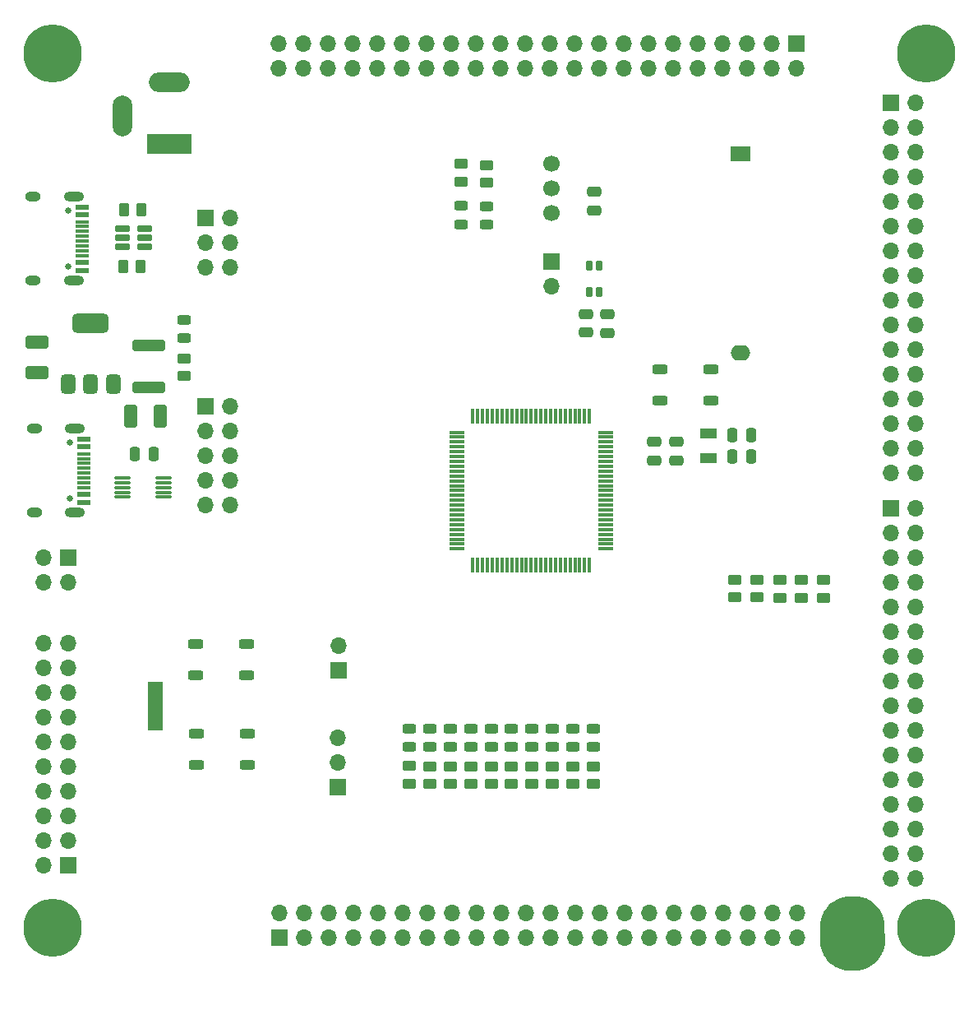
<source format=gbr>
%TF.GenerationSoftware,KiCad,Pcbnew,9.0.0*%
%TF.CreationDate,2025-05-16T13:45:13+04:00*%
%TF.ProjectId,_1921__015,1a313932-3112-4133-9031-352e6b696361,rev?*%
%TF.SameCoordinates,Original*%
%TF.FileFunction,Soldermask,Top*%
%TF.FilePolarity,Negative*%
%FSLAX46Y46*%
G04 Gerber Fmt 4.6, Leading zero omitted, Abs format (unit mm)*
G04 Created by KiCad (PCBNEW 9.0.0) date 2025-05-16 13:45:13*
%MOMM*%
%LPD*%
G01*
G04 APERTURE LIST*
G04 Aperture macros list*
%AMRoundRect*
0 Rectangle with rounded corners*
0 $1 Rounding radius*
0 $2 $3 $4 $5 $6 $7 $8 $9 X,Y pos of 4 corners*
0 Add a 4 corners polygon primitive as box body*
4,1,4,$2,$3,$4,$5,$6,$7,$8,$9,$2,$3,0*
0 Add four circle primitives for the rounded corners*
1,1,$1+$1,$2,$3*
1,1,$1+$1,$4,$5*
1,1,$1+$1,$6,$7*
1,1,$1+$1,$8,$9*
0 Add four rect primitives between the rounded corners*
20,1,$1+$1,$2,$3,$4,$5,0*
20,1,$1+$1,$4,$5,$6,$7,0*
20,1,$1+$1,$6,$7,$8,$9,0*
20,1,$1+$1,$8,$9,$2,$3,0*%
%AMFreePoly0*
4,1,6,1.000000,0.000000,0.500000,-0.750000,-0.500000,-0.750000,-0.500000,0.750000,0.500000,0.750000,1.000000,0.000000,1.000000,0.000000,$1*%
G04 Aperture macros list end*
%ADD10RoundRect,0.250000X-0.525000X-0.250000X0.525000X-0.250000X0.525000X0.250000X-0.525000X0.250000X0*%
%ADD11R,1.700000X1.700000*%
%ADD12O,1.700000X1.700000*%
%ADD13FreePoly0,90.000000*%
%ADD14FreePoly0,270.000000*%
%ADD15RoundRect,0.120000X-0.180000X0.430000X-0.180000X-0.430000X0.180000X-0.430000X0.180000X0.430000X0*%
%ADD16RoundRect,0.250000X-0.475000X0.250000X-0.475000X-0.250000X0.475000X-0.250000X0.475000X0.250000X0*%
%ADD17RoundRect,0.250000X-0.450000X0.262500X-0.450000X-0.262500X0.450000X-0.262500X0.450000X0.262500X0*%
%ADD18RoundRect,0.375000X0.375000X-0.625000X0.375000X0.625000X-0.375000X0.625000X-0.375000X-0.625000X0*%
%ADD19RoundRect,0.500000X1.400000X-0.500000X1.400000X0.500000X-1.400000X0.500000X-1.400000X-0.500000X0*%
%ADD20RoundRect,0.243750X-0.456250X0.243750X-0.456250X-0.243750X0.456250X-0.243750X0.456250X0.243750X0*%
%ADD21R,1.800000X1.000000*%
%ADD22RoundRect,0.250000X-0.262500X-0.450000X0.262500X-0.450000X0.262500X0.450000X-0.262500X0.450000X0*%
%ADD23RoundRect,0.243750X0.456250X-0.243750X0.456250X0.243750X-0.456250X0.243750X-0.456250X-0.243750X0*%
%ADD24RoundRect,0.250000X-0.250000X-0.475000X0.250000X-0.475000X0.250000X0.475000X-0.250000X0.475000X0*%
%ADD25C,0.650000*%
%ADD26R,1.450000X0.600000*%
%ADD27R,1.450000X0.300000*%
%ADD28O,2.100000X1.000000*%
%ADD29O,1.600000X1.000000*%
%ADD30RoundRect,0.075000X-0.075000X0.725000X-0.075000X-0.725000X0.075000X-0.725000X0.075000X0.725000X0*%
%ADD31RoundRect,0.075000X-0.725000X0.075000X-0.725000X-0.075000X0.725000X-0.075000X0.725000X0.075000X0*%
%ADD32RoundRect,0.250000X0.525000X0.250000X-0.525000X0.250000X-0.525000X-0.250000X0.525000X-0.250000X0*%
%ADD33R,2.000000X1.600000*%
%ADD34O,2.000000X1.600000*%
%ADD35RoundRect,0.250000X-0.925000X0.412500X-0.925000X-0.412500X0.925000X-0.412500X0.925000X0.412500X0*%
%ADD36RoundRect,0.250000X0.450000X-0.262500X0.450000X0.262500X-0.450000X0.262500X-0.450000X-0.262500X0*%
%ADD37RoundRect,0.075000X-0.737500X-0.075000X0.737500X-0.075000X0.737500X0.075000X-0.737500X0.075000X0*%
%ADD38RoundRect,0.250000X-1.450000X0.312500X-1.450000X-0.312500X1.450000X-0.312500X1.450000X0.312500X0*%
%ADD39RoundRect,0.250000X0.250000X0.475000X-0.250000X0.475000X-0.250000X-0.475000X0.250000X-0.475000X0*%
%ADD40C,1.700000*%
%ADD41RoundRect,0.250000X0.475000X-0.250000X0.475000X0.250000X-0.475000X0.250000X-0.475000X-0.250000X0*%
%ADD42R,4.600000X2.000000*%
%ADD43O,4.200000X2.000000*%
%ADD44O,2.000000X4.200000*%
%ADD45RoundRect,0.150000X0.650000X0.150000X-0.650000X0.150000X-0.650000X-0.150000X0.650000X-0.150000X0*%
%ADD46RoundRect,0.250000X-0.412500X-0.925000X0.412500X-0.925000X0.412500X0.925000X-0.412500X0.925000X0*%
%ADD47C,6.000000*%
G04 APERTURE END LIST*
%TO.C,JP1*%
G36*
X113150000Y-109200000D02*
G01*
X114650000Y-109200000D01*
X114650000Y-104200000D01*
X113150000Y-104200000D01*
X113150000Y-109200000D01*
G37*
%TD*%
D10*
%TO.C,SW2*%
X118050000Y-100300000D03*
X123300000Y-100300000D03*
X118050000Y-103500000D03*
X123300000Y-103500000D03*
%TD*%
D11*
%TO.C,J12*%
X154700000Y-60895000D03*
D12*
X154700000Y-63435000D03*
%TD*%
D11*
%TO.C,J3*%
X132700000Y-115025000D03*
D12*
X132700000Y-112485000D03*
X132700000Y-109945000D03*
%TD*%
D13*
%TO.C,JP1*%
X113900000Y-108700000D03*
D14*
X113900000Y-104700000D03*
%TD*%
D15*
%TO.C,FL1*%
X159600000Y-61350000D03*
X159600000Y-64050000D03*
X158600000Y-64050000D03*
X158600000Y-61350000D03*
%TD*%
D16*
%TO.C,C16*%
X159100000Y-53750000D03*
X159100000Y-55650000D03*
%TD*%
D17*
%TO.C,R32*%
X152700000Y-112900000D03*
X152700000Y-114725000D03*
%TD*%
D18*
%TO.C,U4*%
X104950000Y-73577500D03*
X107250000Y-73577500D03*
D19*
X107250000Y-67277500D03*
D18*
X109550000Y-73577500D03*
%TD*%
D11*
%TO.C,J5*%
X189650000Y-44590000D03*
D12*
X192190000Y-44590000D03*
X189650000Y-47130000D03*
X192190000Y-47130000D03*
X189650000Y-49670000D03*
X192190000Y-49670000D03*
X189650000Y-52210000D03*
X192190000Y-52210000D03*
X189650000Y-54750000D03*
X192190000Y-54750000D03*
X189650000Y-57290000D03*
X192190000Y-57290000D03*
X189650000Y-59830000D03*
X192190000Y-59830000D03*
X189650000Y-62370000D03*
X192190000Y-62370000D03*
X189650000Y-64910000D03*
X192190000Y-64910000D03*
X189650000Y-67450000D03*
X192190000Y-67450000D03*
X189650000Y-69990000D03*
X192190000Y-69990000D03*
X189650000Y-72530000D03*
X192190000Y-72530000D03*
X189650000Y-75070000D03*
X192190000Y-75070000D03*
X189650000Y-77610000D03*
X192190000Y-77610000D03*
X189650000Y-80150000D03*
X192190000Y-80150000D03*
X189650000Y-82690000D03*
X192190000Y-82690000D03*
%TD*%
D17*
%TO.C,R9*%
X175900000Y-93662500D03*
X175900000Y-95487500D03*
%TD*%
D20*
%TO.C,D12*%
X154800000Y-109000000D03*
X154800000Y-110875000D03*
%TD*%
D17*
%TO.C,R8*%
X178225000Y-93687500D03*
X178225000Y-95512500D03*
%TD*%
D21*
%TO.C,Y2*%
X170900000Y-78650000D03*
X170900000Y-81150000D03*
%TD*%
D11*
%TO.C,J8*%
X119100000Y-56395000D03*
D12*
X121640000Y-56395000D03*
X119100000Y-58935000D03*
X121640000Y-58935000D03*
X119100000Y-61475000D03*
X121640000Y-61475000D03*
%TD*%
D17*
%TO.C,R39*%
X145400000Y-50887500D03*
X145400000Y-52712500D03*
%TD*%
D11*
%TO.C,J11*%
X119100000Y-75795000D03*
D12*
X121640000Y-75795000D03*
X119100000Y-78335000D03*
X121640000Y-78335000D03*
X119100000Y-80875000D03*
X121640000Y-80875000D03*
X119100000Y-83415000D03*
X121640000Y-83415000D03*
X119100000Y-85955000D03*
X121640000Y-85955000D03*
%TD*%
D22*
%TO.C,R25*%
X110575000Y-61450000D03*
X112400000Y-61450000D03*
%TD*%
D23*
%TO.C,D20*%
X145400000Y-57075000D03*
X145400000Y-55200000D03*
%TD*%
D24*
%TO.C,C3*%
X173350000Y-78800000D03*
X175250000Y-78800000D03*
%TD*%
D20*
%TO.C,D10*%
X159000000Y-108975000D03*
X159000000Y-110850000D03*
%TD*%
D10*
%TO.C,SW1*%
X118100000Y-109500000D03*
X123350000Y-109500000D03*
X118100000Y-112700000D03*
X123350000Y-112700000D03*
%TD*%
D17*
%TO.C,R36*%
X144300000Y-112875000D03*
X144300000Y-114700000D03*
%TD*%
D25*
%TO.C,P3*%
X104950000Y-55680000D03*
X104950000Y-61460000D03*
D26*
X106395000Y-55320000D03*
X106395000Y-56120000D03*
D27*
X106395000Y-57320000D03*
X106395000Y-58320000D03*
X106395000Y-58820000D03*
X106395000Y-59820000D03*
D26*
X106395000Y-61020000D03*
X106395000Y-61820000D03*
X106395000Y-61820000D03*
X106395000Y-61020000D03*
D27*
X106395000Y-60320000D03*
X106395000Y-59320000D03*
X106395000Y-57820000D03*
X106395000Y-56820000D03*
D26*
X106395000Y-56120000D03*
X106395000Y-55320000D03*
D28*
X105480000Y-54250000D03*
D29*
X101300000Y-54250000D03*
D28*
X105480000Y-62890000D03*
D29*
X101300000Y-62890000D03*
%TD*%
D30*
%TO.C,\u041A1921\u0412\u0413015-1*%
X158625000Y-76825000D03*
X158125000Y-76825000D03*
X157625000Y-76825000D03*
X157125000Y-76825000D03*
X156625000Y-76825000D03*
X156125000Y-76825000D03*
X155625000Y-76825000D03*
X155125000Y-76825000D03*
X154625000Y-76825000D03*
X154125000Y-76825000D03*
X153625000Y-76825000D03*
X153125000Y-76825000D03*
X152625000Y-76825000D03*
X152125000Y-76825000D03*
X151625000Y-76825000D03*
X151125000Y-76825000D03*
X150625000Y-76825000D03*
X150125000Y-76825000D03*
X149625000Y-76825000D03*
X149125000Y-76825000D03*
X148625000Y-76825000D03*
X148125000Y-76825000D03*
X147625000Y-76825000D03*
X147125000Y-76825000D03*
X146625000Y-76825000D03*
D31*
X144950000Y-78500000D03*
X144950000Y-79000000D03*
X144950000Y-79500000D03*
X144950000Y-80000000D03*
X144950000Y-80500000D03*
X144950000Y-81000000D03*
X144950000Y-81500000D03*
X144950000Y-82000000D03*
X144950000Y-82500000D03*
X144950000Y-83000000D03*
X144950000Y-83500000D03*
X144950000Y-84000000D03*
X144950000Y-84500000D03*
X144950000Y-85000000D03*
X144950000Y-85500000D03*
X144950000Y-86000000D03*
X144950000Y-86500000D03*
X144950000Y-87000000D03*
X144950000Y-87500000D03*
X144950000Y-88000000D03*
X144950000Y-88500000D03*
X144950000Y-89000000D03*
X144950000Y-89500000D03*
X144950000Y-90000000D03*
X144950000Y-90500000D03*
D30*
X146625000Y-92175000D03*
X147125000Y-92175000D03*
X147625000Y-92175000D03*
X148125000Y-92175000D03*
X148625000Y-92175000D03*
X149125000Y-92175000D03*
X149625000Y-92175000D03*
X150125000Y-92175000D03*
X150625000Y-92175000D03*
X151125000Y-92175000D03*
X151625000Y-92175000D03*
X152125000Y-92175000D03*
X152625000Y-92175000D03*
X153125000Y-92175000D03*
X153625000Y-92175000D03*
X154125000Y-92175000D03*
X154625000Y-92175000D03*
X155125000Y-92175000D03*
X155625000Y-92175000D03*
X156125000Y-92175000D03*
X156625000Y-92175000D03*
X157125000Y-92175000D03*
X157625000Y-92175000D03*
X158125000Y-92175000D03*
X158625000Y-92175000D03*
D31*
X160300000Y-90500000D03*
X160300000Y-90000000D03*
X160300000Y-89500000D03*
X160300000Y-89000000D03*
X160300000Y-88500000D03*
X160300000Y-88000000D03*
X160300000Y-87500000D03*
X160300000Y-87000000D03*
X160300000Y-86500000D03*
X160300000Y-86000000D03*
X160300000Y-85500000D03*
X160300000Y-85000000D03*
X160300000Y-84500000D03*
X160300000Y-84000000D03*
X160300000Y-83500000D03*
X160300000Y-83000000D03*
X160300000Y-82500000D03*
X160300000Y-82000000D03*
X160300000Y-81500000D03*
X160300000Y-81000000D03*
X160300000Y-80500000D03*
X160300000Y-80000000D03*
X160300000Y-79500000D03*
X160300000Y-79000000D03*
X160300000Y-78500000D03*
%TD*%
D11*
%TO.C,J7*%
X179940000Y-38460000D03*
D12*
X179940000Y-41000000D03*
X177400000Y-38460000D03*
X177400000Y-41000000D03*
X174860000Y-38460000D03*
X174860000Y-41000000D03*
X172320000Y-38460000D03*
X172320000Y-41000000D03*
X169780000Y-38460000D03*
X169780000Y-41000000D03*
X167240000Y-38460000D03*
X167240000Y-41000000D03*
X164700000Y-38460000D03*
X164700000Y-41000000D03*
X162160000Y-38460000D03*
X162160000Y-41000000D03*
X159620000Y-38460000D03*
X159620000Y-41000000D03*
X157080000Y-38460000D03*
X157080000Y-41000000D03*
X154540000Y-38460000D03*
X154540000Y-41000000D03*
X152000000Y-38460000D03*
X152000000Y-41000000D03*
X149460000Y-38460000D03*
X149460000Y-41000000D03*
X146920000Y-38460000D03*
X146920000Y-41000000D03*
X144380000Y-38460000D03*
X144380000Y-41000000D03*
X141840000Y-38460000D03*
X141840000Y-41000000D03*
X139300000Y-38460000D03*
X139300000Y-41000000D03*
X136760000Y-38460000D03*
X136760000Y-41000000D03*
X134220000Y-38460000D03*
X134220000Y-41000000D03*
X131680000Y-38460000D03*
X131680000Y-41000000D03*
X129140000Y-38460000D03*
X129140000Y-41000000D03*
X126600000Y-38460000D03*
X126600000Y-41000000D03*
%TD*%
D23*
%TO.C,D21*%
X148000000Y-57100000D03*
X148000000Y-55225000D03*
%TD*%
D17*
%TO.C,R4*%
X182775000Y-93687500D03*
X182775000Y-95512500D03*
%TD*%
D11*
%TO.C,J2*%
X104900000Y-123100000D03*
D12*
X102360000Y-123100000D03*
X104900000Y-120560000D03*
X102360000Y-120560000D03*
X104900000Y-118020000D03*
X102360000Y-118020000D03*
X104900000Y-115480000D03*
X102360000Y-115480000D03*
X104900000Y-112940000D03*
X102360000Y-112940000D03*
X104900000Y-110400000D03*
X102360000Y-110400000D03*
X104900000Y-107860000D03*
X102360000Y-107860000D03*
X104900000Y-105320000D03*
X102360000Y-105320000D03*
X104900000Y-102780000D03*
X102360000Y-102780000D03*
X104900000Y-100240000D03*
X102360000Y-100240000D03*
%TD*%
D17*
%TO.C,R37*%
X142200000Y-112875000D03*
X142200000Y-114700000D03*
%TD*%
D32*
%TO.C,SW3*%
X171100000Y-75200000D03*
X165850000Y-75200000D03*
X171100000Y-72000000D03*
X165850000Y-72000000D03*
%TD*%
D25*
%TO.C,P1*%
X105070000Y-79565000D03*
X105070000Y-85345000D03*
D26*
X106515000Y-79205000D03*
X106515000Y-80005000D03*
D27*
X106515000Y-81205000D03*
X106515000Y-82205000D03*
X106515000Y-82705000D03*
X106515000Y-83705000D03*
D26*
X106515000Y-84905000D03*
X106515000Y-85705000D03*
X106515000Y-85705000D03*
X106515000Y-84905000D03*
D27*
X106515000Y-84205000D03*
X106515000Y-83205000D03*
X106515000Y-81705000D03*
X106515000Y-80705000D03*
D26*
X106515000Y-80005000D03*
X106515000Y-79205000D03*
D28*
X105600000Y-78135000D03*
D29*
X101420000Y-78135000D03*
D28*
X105600000Y-86775000D03*
D29*
X101420000Y-86775000D03*
%TD*%
D33*
%TO.C,BT1*%
X174200000Y-49800000D03*
D34*
X174200000Y-70300000D03*
%TD*%
D20*
%TO.C,D17*%
X142200000Y-109025000D03*
X142200000Y-110900000D03*
%TD*%
D17*
%TO.C,R31*%
X154800000Y-112887500D03*
X154800000Y-114712500D03*
%TD*%
D35*
%TO.C,C26*%
X101700000Y-69237500D03*
X101700000Y-72312500D03*
%TD*%
D36*
%TO.C,R23*%
X116900000Y-72700000D03*
X116900000Y-70875000D03*
%TD*%
D17*
%TO.C,R38*%
X140100000Y-112852500D03*
X140100000Y-114677500D03*
%TD*%
D36*
%TO.C,R5*%
X173600000Y-95500000D03*
X173600000Y-93675000D03*
%TD*%
D17*
%TO.C,R29*%
X159000000Y-112887500D03*
X159000000Y-114712500D03*
%TD*%
D20*
%TO.C,D16*%
X144300000Y-109020000D03*
X144300000Y-110895000D03*
%TD*%
D17*
%TO.C,R35*%
X146400000Y-112875000D03*
X146400000Y-114700000D03*
%TD*%
D20*
%TO.C,D14*%
X150600000Y-109000000D03*
X150600000Y-110875000D03*
%TD*%
%TO.C,D6*%
X116900000Y-66937500D03*
X116900000Y-68812500D03*
%TD*%
D37*
%TO.C,U1*%
X110500000Y-83175000D03*
X110500000Y-83675000D03*
X110500000Y-84175000D03*
X110500000Y-84675000D03*
X110500000Y-85175000D03*
X114725000Y-85175000D03*
X114725000Y-84675000D03*
X114725000Y-84175000D03*
X114725000Y-83675000D03*
X114725000Y-83175000D03*
%TD*%
D38*
%TO.C,F1*%
X113200000Y-69600000D03*
X113200000Y-73875000D03*
%TD*%
D39*
%TO.C,C28*%
X113700000Y-80775000D03*
X111800000Y-80775000D03*
%TD*%
D20*
%TO.C,D18*%
X140100000Y-109025000D03*
X140100000Y-110900000D03*
%TD*%
%TO.C,D19*%
X148500000Y-109000000D03*
X148500000Y-110875000D03*
%TD*%
D16*
%TO.C,C22*%
X160440000Y-66380000D03*
X160440000Y-68280000D03*
%TD*%
D20*
%TO.C,D15*%
X146400000Y-109025000D03*
X146400000Y-110900000D03*
%TD*%
%TO.C,D11*%
X156900000Y-108975000D03*
X156900000Y-110850000D03*
%TD*%
D17*
%TO.C,R7*%
X180475000Y-93687500D03*
X180475000Y-95512500D03*
%TD*%
D40*
%TO.C,RV1*%
X154700000Y-50820000D03*
X154700000Y-53360000D03*
X154700000Y-55900000D03*
%TD*%
D17*
%TO.C,R30*%
X156900000Y-112900000D03*
X156900000Y-114725000D03*
%TD*%
D41*
%TO.C,C13*%
X167600000Y-81400000D03*
X167600000Y-79500000D03*
%TD*%
D17*
%TO.C,R40*%
X148000000Y-50987500D03*
X148000000Y-52812500D03*
%TD*%
D11*
%TO.C,J1*%
X132750000Y-103000000D03*
D12*
X132750000Y-100460000D03*
%TD*%
D42*
%TO.C,J14*%
X115300000Y-48800000D03*
D43*
X115300000Y-42500000D03*
D44*
X110500000Y-45900000D03*
%TD*%
D41*
%TO.C,C12*%
X165300000Y-81400000D03*
X165300000Y-79500000D03*
%TD*%
D22*
%TO.C,R24*%
X110675000Y-55600000D03*
X112500000Y-55600000D03*
%TD*%
D11*
%TO.C,J6*%
X126660000Y-130540000D03*
D12*
X126660000Y-128000000D03*
X129200000Y-130540000D03*
X129200000Y-128000000D03*
X131740000Y-130540000D03*
X131740000Y-128000000D03*
X134280000Y-130540000D03*
X134280000Y-128000000D03*
X136820000Y-130540000D03*
X136820000Y-128000000D03*
X139360000Y-130540000D03*
X139360000Y-128000000D03*
X141900000Y-130540000D03*
X141900000Y-128000000D03*
X144440000Y-130540000D03*
X144440000Y-128000000D03*
X146980000Y-130540000D03*
X146980000Y-128000000D03*
X149520000Y-130540000D03*
X149520000Y-128000000D03*
X152060000Y-130540000D03*
X152060000Y-128000000D03*
X154600000Y-130540000D03*
X154600000Y-128000000D03*
X157140000Y-130540000D03*
X157140000Y-128000000D03*
X159680000Y-130540000D03*
X159680000Y-128000000D03*
X162220000Y-130540000D03*
X162220000Y-128000000D03*
X164760000Y-130540000D03*
X164760000Y-128000000D03*
X167300000Y-130540000D03*
X167300000Y-128000000D03*
X169840000Y-130540000D03*
X169840000Y-128000000D03*
X172380000Y-130540000D03*
X172380000Y-128000000D03*
X174920000Y-130540000D03*
X174920000Y-128000000D03*
X177460000Y-130540000D03*
X177460000Y-128000000D03*
X180000000Y-130540000D03*
X180000000Y-128000000D03*
%TD*%
D17*
%TO.C,R34*%
X148500000Y-112875000D03*
X148500000Y-114700000D03*
%TD*%
D24*
%TO.C,C4*%
X173350000Y-81000000D03*
X175250000Y-81000000D03*
%TD*%
D45*
%TO.C,U8*%
X112800000Y-59400000D03*
X112800000Y-58450000D03*
X112800000Y-57500000D03*
X110500000Y-57500000D03*
X110500000Y-58450000D03*
X110500000Y-59400000D03*
%TD*%
D16*
%TO.C,C21*%
X158270000Y-66340000D03*
X158270000Y-68240000D03*
%TD*%
D20*
%TO.C,D13*%
X152700000Y-109000000D03*
X152700000Y-110875000D03*
%TD*%
D11*
%TO.C,J4*%
X104900000Y-91400000D03*
D12*
X104900000Y-93940000D03*
X102360000Y-91400000D03*
X102360000Y-93940000D03*
%TD*%
D46*
%TO.C,C27*%
X111362500Y-76875000D03*
X114437500Y-76875000D03*
%TD*%
D17*
%TO.C,R33*%
X150600000Y-112887500D03*
X150600000Y-114712500D03*
%TD*%
D11*
%TO.C,J9*%
X189660000Y-86300000D03*
D12*
X192200000Y-86300000D03*
X189660000Y-88840000D03*
X192200000Y-88840000D03*
X189660000Y-91380000D03*
X192200000Y-91380000D03*
X189660000Y-93920000D03*
X192200000Y-93920000D03*
X189660000Y-96460000D03*
X192200000Y-96460000D03*
X189660000Y-99000000D03*
X192200000Y-99000000D03*
X189660000Y-101540000D03*
X192200000Y-101540000D03*
X189660000Y-104080000D03*
X192200000Y-104080000D03*
X189660000Y-106620000D03*
X192200000Y-106620000D03*
X189660000Y-109160000D03*
X192200000Y-109160000D03*
X189660000Y-111700000D03*
X192200000Y-111700000D03*
X189660000Y-114240000D03*
X192200000Y-114240000D03*
X189660000Y-116780000D03*
X192200000Y-116780000D03*
X189660000Y-119320000D03*
X192200000Y-119320000D03*
X189660000Y-121860000D03*
X192200000Y-121860000D03*
X189660000Y-124400000D03*
X192200000Y-124400000D03*
%TD*%
D47*
X193300000Y-39500000D03*
X103300000Y-39500000D03*
X193300000Y-129500000D03*
X103300000Y-129500000D03*
G36*
X186042915Y-126300222D02*
G01*
X186390386Y-126321063D01*
X186405129Y-126322838D01*
X186743949Y-126384398D01*
X186758373Y-126387923D01*
X187087397Y-126489538D01*
X187101296Y-126494761D01*
X187415824Y-126634981D01*
X187429000Y-126641828D01*
X187724508Y-126818636D01*
X187736771Y-126827009D01*
X188009034Y-127037878D01*
X188020207Y-127047657D01*
X188265296Y-127289542D01*
X188275222Y-127300586D01*
X188489656Y-127570053D01*
X188498189Y-127582205D01*
X188678871Y-127875363D01*
X188685891Y-127888447D01*
X188830234Y-128201096D01*
X188835640Y-128214926D01*
X188941579Y-128542598D01*
X188945292Y-128556974D01*
X189011302Y-128894945D01*
X189013271Y-128909663D01*
X189038682Y-129256826D01*
X189039002Y-129264247D01*
X189059960Y-130857020D01*
X189059854Y-130864033D01*
X189045588Y-131192428D01*
X189044189Y-131206379D01*
X188993487Y-131527601D01*
X188990521Y-131541306D01*
X188903878Y-131854743D01*
X188899384Y-131868025D01*
X188777909Y-132169678D01*
X188771944Y-132182368D01*
X188617190Y-132468376D01*
X188609831Y-132480311D01*
X188423774Y-132747024D01*
X188415114Y-132758052D01*
X188200136Y-133002052D01*
X188190286Y-133012032D01*
X187949139Y-133230198D01*
X187938226Y-133239002D01*
X187673986Y-133428552D01*
X187662148Y-133436068D01*
X187378199Y-133594571D01*
X187365589Y-133600702D01*
X187065568Y-133726133D01*
X187052347Y-133730802D01*
X186740069Y-133821564D01*
X186726404Y-133824710D01*
X186405883Y-133879634D01*
X186391951Y-133881217D01*
X186063763Y-133899802D01*
X186056752Y-133900000D01*
X185403481Y-133900000D01*
X185396528Y-133899805D01*
X185071058Y-133881527D01*
X185057240Y-133879970D01*
X184739304Y-133825950D01*
X184725747Y-133822856D01*
X184415851Y-133733576D01*
X184402727Y-133728983D01*
X184104784Y-133605572D01*
X184092255Y-133599539D01*
X183809993Y-133443538D01*
X183798219Y-133436139D01*
X183535216Y-133249528D01*
X183524344Y-133240859D01*
X183283872Y-133025960D01*
X183274039Y-133016127D01*
X183059140Y-132775655D01*
X183050471Y-132764783D01*
X182863860Y-132501780D01*
X182856461Y-132490006D01*
X182700460Y-132207744D01*
X182694427Y-132195215D01*
X182571016Y-131897272D01*
X182566423Y-131884148D01*
X182477143Y-131574252D01*
X182474049Y-131560695D01*
X182420029Y-131242759D01*
X182418472Y-131228940D01*
X182400195Y-130903471D01*
X182400000Y-130896519D01*
X182400000Y-129303480D01*
X182400195Y-129296528D01*
X182418472Y-128971059D01*
X182420029Y-128957240D01*
X182474049Y-128639304D01*
X182477143Y-128625747D01*
X182566423Y-128315851D01*
X182571016Y-128302727D01*
X182694427Y-128004784D01*
X182700460Y-127992255D01*
X182856461Y-127709993D01*
X182863860Y-127698219D01*
X183050471Y-127435216D01*
X183059140Y-127424344D01*
X183274039Y-127183872D01*
X183283872Y-127174039D01*
X183524344Y-126959140D01*
X183535216Y-126950471D01*
X183798219Y-126763860D01*
X183809993Y-126756461D01*
X184092255Y-126600460D01*
X184104784Y-126594427D01*
X184402727Y-126471016D01*
X184415851Y-126466423D01*
X184725747Y-126377143D01*
X184739304Y-126374049D01*
X185057240Y-126320029D01*
X185071059Y-126318472D01*
X185396529Y-126300195D01*
X185403481Y-126300000D01*
X186035491Y-126300000D01*
X186042915Y-126300222D01*
G37*
M02*

</source>
